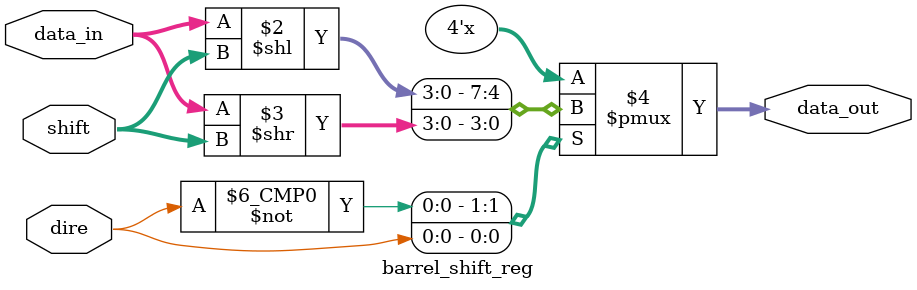
<source format=v>
`timescale 1ns / 1ps

module barrel_shift_reg(
    input  [3:0] data_in,
    input  [1:0] shift,
    input        dire,      
    output reg [3:0] data_out
);

always @(*) begin
    case (dire)
        1'b0:  data_out = data_in << shift;  
        1'b1:  data_out = data_in >> shift;  
    endcase
end

endmodule


</source>
